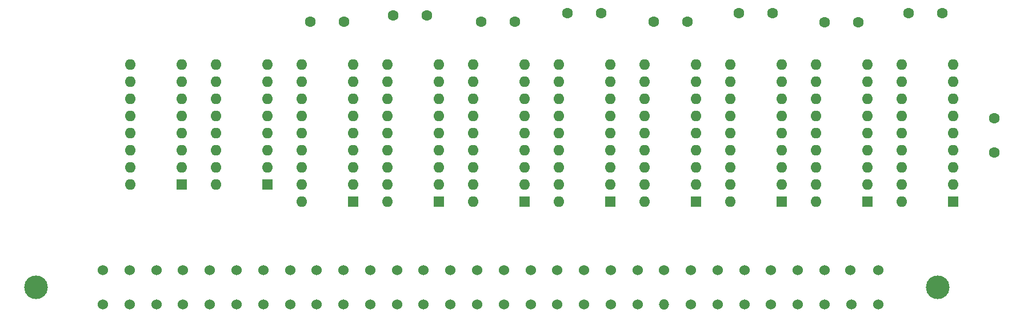
<source format=gbr>
%TF.GenerationSoftware,KiCad,Pcbnew,(5.1.10)-1*%
%TF.CreationDate,2021-06-21T22:38:47-07:00*%
%TF.ProjectId,A1050,41313035-302e-46b6-9963-61645f706362,rev?*%
%TF.SameCoordinates,Original*%
%TF.FileFunction,Soldermask,Bot*%
%TF.FilePolarity,Negative*%
%FSLAX46Y46*%
G04 Gerber Fmt 4.6, Leading zero omitted, Abs format (unit mm)*
G04 Created by KiCad (PCBNEW (5.1.10)-1) date 2021-06-21 22:38:47*
%MOMM*%
%LPD*%
G01*
G04 APERTURE LIST*
%ADD10C,1.600000*%
%ADD11C,1.524000*%
%ADD12O,1.524000X1.524000*%
%ADD13C,3.500000*%
%ADD14O,1.600000X1.600000*%
%ADD15R,1.600000X1.600000*%
G04 APERTURE END LIST*
D10*
%TO.C,C9*%
X249555000Y-114998000D03*
X249555000Y-109998000D03*
%TD*%
%TO.C,C8*%
X153209000Y-95631000D03*
X148209000Y-95631000D03*
%TD*%
%TO.C,C7*%
X165464000Y-94678500D03*
X160464000Y-94678500D03*
%TD*%
%TO.C,C6*%
X178482000Y-95631000D03*
X173482000Y-95631000D03*
%TD*%
%TO.C,C5*%
X191309000Y-94361000D03*
X186309000Y-94361000D03*
%TD*%
%TO.C,C4*%
X204072000Y-95631000D03*
X199072000Y-95631000D03*
%TD*%
%TO.C,C3*%
X216709000Y-94361000D03*
X211709000Y-94361000D03*
%TD*%
%TO.C,C2*%
X229409000Y-95694500D03*
X224409000Y-95694500D03*
%TD*%
%TO.C,C1*%
X241855000Y-94361000D03*
X236855000Y-94361000D03*
%TD*%
D11*
%TO.C,J1*%
X228219000Y-132461000D03*
X232299000Y-132461000D03*
X224379000Y-132461000D03*
X220419000Y-132461000D03*
X216459000Y-132461000D03*
X196659000Y-132461000D03*
X200619000Y-132461000D03*
X204579000Y-132461000D03*
X212499000Y-132461000D03*
X208539000Y-132461000D03*
X164979000Y-132461000D03*
X172899000Y-132461000D03*
X168939000Y-132461000D03*
X161019000Y-132461000D03*
X157059000Y-132461000D03*
X176859000Y-132461000D03*
X180819000Y-132461000D03*
X184779000Y-132461000D03*
X192699000Y-132461000D03*
X188739000Y-132461000D03*
X125379000Y-132461000D03*
X133299000Y-132461000D03*
X129339000Y-132461000D03*
X121419000Y-132461000D03*
X117459000Y-132461000D03*
X137259000Y-132461000D03*
X141219000Y-132461000D03*
X145179000Y-132461000D03*
X153099000Y-132461000D03*
X149139000Y-132461000D03*
X149139000Y-137541000D03*
X153099000Y-137541000D03*
X145179000Y-137541000D03*
X168939000Y-137541000D03*
X172899000Y-137541000D03*
X164979000Y-137541000D03*
X224379000Y-137541000D03*
X208539000Y-137541000D03*
X212499000Y-137541000D03*
X220419000Y-137541000D03*
X204579000Y-137541000D03*
X141219000Y-137541000D03*
X137259000Y-137541000D03*
X117459000Y-137541000D03*
X161019000Y-137541000D03*
X121419000Y-137541000D03*
X216459000Y-137541000D03*
D12*
X200619000Y-137541000D03*
D11*
X129339000Y-137541000D03*
X188739000Y-137541000D03*
X192699000Y-137541000D03*
X180819000Y-137541000D03*
X133299000Y-137541000D03*
X196659000Y-137541000D03*
X125379000Y-137541000D03*
X232299000Y-137541000D03*
X184779000Y-137541000D03*
X176859000Y-137541000D03*
X157059000Y-137541000D03*
X228339000Y-137541000D03*
%TD*%
D13*
%TO.C,H2*%
X241173000Y-135001000D03*
%TD*%
%TO.C,H1*%
X107569000Y-135001000D03*
%TD*%
D14*
%TO.C,U8*%
X146939000Y-122301000D03*
X154559000Y-101981000D03*
X146939000Y-119761000D03*
X154559000Y-104521000D03*
X146939000Y-117221000D03*
X154559000Y-107061000D03*
X146939000Y-114681000D03*
X154559000Y-109601000D03*
X146939000Y-112141000D03*
X154559000Y-112141000D03*
X146939000Y-109601000D03*
X154559000Y-114681000D03*
X146939000Y-107061000D03*
X154559000Y-117221000D03*
X146939000Y-104521000D03*
X154559000Y-119761000D03*
X146939000Y-101981000D03*
D15*
X154559000Y-122301000D03*
%TD*%
D14*
%TO.C,U7*%
X159639000Y-122301000D03*
X167259000Y-101981000D03*
X159639000Y-119761000D03*
X167259000Y-104521000D03*
X159639000Y-117221000D03*
X167259000Y-107061000D03*
X159639000Y-114681000D03*
X167259000Y-109601000D03*
X159639000Y-112141000D03*
X167259000Y-112141000D03*
X159639000Y-109601000D03*
X167259000Y-114681000D03*
X159639000Y-107061000D03*
X167259000Y-117221000D03*
X159639000Y-104521000D03*
X167259000Y-119761000D03*
X159639000Y-101981000D03*
D15*
X167259000Y-122301000D03*
%TD*%
D14*
%TO.C,U6*%
X172339000Y-122301000D03*
X179959000Y-101981000D03*
X172339000Y-119761000D03*
X179959000Y-104521000D03*
X172339000Y-117221000D03*
X179959000Y-107061000D03*
X172339000Y-114681000D03*
X179959000Y-109601000D03*
X172339000Y-112141000D03*
X179959000Y-112141000D03*
X172339000Y-109601000D03*
X179959000Y-114681000D03*
X172339000Y-107061000D03*
X179959000Y-117221000D03*
X172339000Y-104521000D03*
X179959000Y-119761000D03*
X172339000Y-101981000D03*
D15*
X179959000Y-122301000D03*
%TD*%
D14*
%TO.C,U5*%
X185039000Y-122301000D03*
X192659000Y-101981000D03*
X185039000Y-119761000D03*
X192659000Y-104521000D03*
X185039000Y-117221000D03*
X192659000Y-107061000D03*
X185039000Y-114681000D03*
X192659000Y-109601000D03*
X185039000Y-112141000D03*
X192659000Y-112141000D03*
X185039000Y-109601000D03*
X192659000Y-114681000D03*
X185039000Y-107061000D03*
X192659000Y-117221000D03*
X185039000Y-104521000D03*
X192659000Y-119761000D03*
X185039000Y-101981000D03*
D15*
X192659000Y-122301000D03*
%TD*%
D14*
%TO.C,U4*%
X197739000Y-122301000D03*
X205359000Y-101981000D03*
X197739000Y-119761000D03*
X205359000Y-104521000D03*
X197739000Y-117221000D03*
X205359000Y-107061000D03*
X197739000Y-114681000D03*
X205359000Y-109601000D03*
X197739000Y-112141000D03*
X205359000Y-112141000D03*
X197739000Y-109601000D03*
X205359000Y-114681000D03*
X197739000Y-107061000D03*
X205359000Y-117221000D03*
X197739000Y-104521000D03*
X205359000Y-119761000D03*
X197739000Y-101981000D03*
D15*
X205359000Y-122301000D03*
%TD*%
D14*
%TO.C,U3*%
X210439000Y-122301000D03*
X218059000Y-101981000D03*
X210439000Y-119761000D03*
X218059000Y-104521000D03*
X210439000Y-117221000D03*
X218059000Y-107061000D03*
X210439000Y-114681000D03*
X218059000Y-109601000D03*
X210439000Y-112141000D03*
X218059000Y-112141000D03*
X210439000Y-109601000D03*
X218059000Y-114681000D03*
X210439000Y-107061000D03*
X218059000Y-117221000D03*
X210439000Y-104521000D03*
X218059000Y-119761000D03*
X210439000Y-101981000D03*
D15*
X218059000Y-122301000D03*
%TD*%
D14*
%TO.C,U2*%
X223139000Y-122301000D03*
X230759000Y-101981000D03*
X223139000Y-119761000D03*
X230759000Y-104521000D03*
X223139000Y-117221000D03*
X230759000Y-107061000D03*
X223139000Y-114681000D03*
X230759000Y-109601000D03*
X223139000Y-112141000D03*
X230759000Y-112141000D03*
X223139000Y-109601000D03*
X230759000Y-114681000D03*
X223139000Y-107061000D03*
X230759000Y-117221000D03*
X223139000Y-104521000D03*
X230759000Y-119761000D03*
X223139000Y-101981000D03*
D15*
X230759000Y-122301000D03*
%TD*%
D14*
%TO.C,U1*%
X235839000Y-122301000D03*
X243459000Y-101981000D03*
X235839000Y-119761000D03*
X243459000Y-104521000D03*
X235839000Y-117221000D03*
X243459000Y-107061000D03*
X235839000Y-114681000D03*
X243459000Y-109601000D03*
X235839000Y-112141000D03*
X243459000Y-112141000D03*
X235839000Y-109601000D03*
X243459000Y-114681000D03*
X235839000Y-107061000D03*
X243459000Y-117221000D03*
X235839000Y-104521000D03*
X243459000Y-119761000D03*
X235839000Y-101981000D03*
D15*
X243459000Y-122301000D03*
%TD*%
D14*
%TO.C,RN2*%
X121539000Y-119761000D03*
X129159000Y-101981000D03*
X121539000Y-117221000D03*
X129159000Y-104521000D03*
X121539000Y-114681000D03*
X129159000Y-107061000D03*
X121539000Y-112141000D03*
X129159000Y-109601000D03*
X121539000Y-109601000D03*
X129159000Y-112141000D03*
X121539000Y-107061000D03*
X129159000Y-114681000D03*
X121539000Y-104521000D03*
X129159000Y-117221000D03*
X121539000Y-101981000D03*
D15*
X129159000Y-119761000D03*
%TD*%
D14*
%TO.C,RN1*%
X134239000Y-119761000D03*
X141859000Y-101981000D03*
X134239000Y-117221000D03*
X141859000Y-104521000D03*
X134239000Y-114681000D03*
X141859000Y-107061000D03*
X134239000Y-112141000D03*
X141859000Y-109601000D03*
X134239000Y-109601000D03*
X141859000Y-112141000D03*
X134239000Y-107061000D03*
X141859000Y-114681000D03*
X134239000Y-104521000D03*
X141859000Y-117221000D03*
X134239000Y-101981000D03*
D15*
X141859000Y-119761000D03*
%TD*%
M02*

</source>
